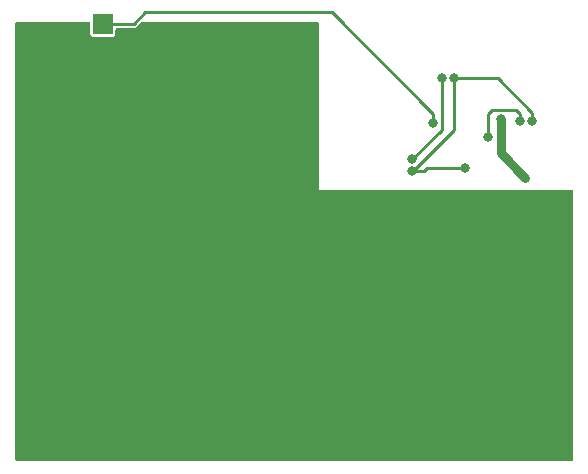
<source format=gbl>
G04 #@! TF.GenerationSoftware,KiCad,Pcbnew,(6.0.5-0)*
G04 #@! TF.CreationDate,2023-03-07T19:50:15-08:00*
G04 #@! TF.ProjectId,12V_Converter_LM5152x-Q1,3132565f-436f-46e7-9665-727465725f4c,rev?*
G04 #@! TF.SameCoordinates,Original*
G04 #@! TF.FileFunction,Copper,L2,Bot*
G04 #@! TF.FilePolarity,Positive*
%FSLAX46Y46*%
G04 Gerber Fmt 4.6, Leading zero omitted, Abs format (unit mm)*
G04 Created by KiCad (PCBNEW (6.0.5-0)) date 2023-03-07 19:50:15*
%MOMM*%
%LPD*%
G01*
G04 APERTURE LIST*
G04 #@! TA.AperFunction,ComponentPad*
%ADD10R,1.700000X1.700000*%
G04 #@! TD*
G04 #@! TA.AperFunction,ViaPad*
%ADD11C,0.800000*%
G04 #@! TD*
G04 #@! TA.AperFunction,Conductor*
%ADD12C,0.250000*%
G04 #@! TD*
G04 #@! TA.AperFunction,Conductor*
%ADD13C,0.750000*%
G04 #@! TD*
G04 APERTURE END LIST*
D10*
X69200000Y-93000000D03*
D11*
X98958400Y-97536000D03*
X95402400Y-105444303D03*
X105562400Y-101193600D03*
X99822000Y-105206800D03*
X107696000Y-110032800D03*
X84992000Y-93622000D03*
X81432400Y-113233200D03*
X81940400Y-112369600D03*
X106172000Y-109169200D03*
X106680000Y-110032800D03*
X107188000Y-110896400D03*
X106172000Y-110947200D03*
X86516000Y-96314400D03*
X85500000Y-96263600D03*
X79908400Y-114147600D03*
X82448400Y-113233200D03*
X84484000Y-96314400D03*
X86008000Y-93571200D03*
X82956400Y-114096800D03*
X80924400Y-114096800D03*
X82956400Y-112369600D03*
X85500000Y-94536400D03*
X84484000Y-94536400D03*
X80924400Y-112369600D03*
X107188000Y-109169200D03*
X84992000Y-95400000D03*
X81940400Y-114096800D03*
X87172800Y-114096800D03*
X84023200Y-114096800D03*
X86008000Y-95400000D03*
X80416400Y-113233200D03*
X107696000Y-108204000D03*
X86156800Y-114096800D03*
X108204000Y-109169200D03*
X106680000Y-108254800D03*
X85090000Y-114096800D03*
X108204000Y-110947200D03*
X86516000Y-94536400D03*
X79908400Y-112369600D03*
X104952800Y-106019600D03*
X102870000Y-101041200D03*
X104495600Y-101193600D03*
X101803200Y-102565200D03*
X97167100Y-101400000D03*
X97891600Y-97536000D03*
X95402400Y-104444800D03*
D12*
X96384097Y-105444303D02*
X95402400Y-105444303D01*
X95444297Y-105444303D02*
X98958400Y-101930200D01*
X99822000Y-105206800D02*
X96621600Y-105206800D01*
X98958400Y-97536000D02*
X102616000Y-97536000D01*
X95402400Y-105444303D02*
X95444297Y-105444303D01*
X96621600Y-105206800D02*
X96384097Y-105444303D01*
X105562400Y-100482400D02*
X105562400Y-101193600D01*
X102616000Y-97536000D02*
X105562400Y-100482400D01*
X98958400Y-101930200D02*
X98958400Y-97536000D01*
D13*
X102870000Y-103936800D02*
X104952800Y-106019600D01*
X102870000Y-101041200D02*
X102870000Y-103936800D01*
D12*
X101803200Y-100584000D02*
X102108000Y-100279200D01*
X102108000Y-100279200D02*
X104190800Y-100279200D01*
X104495600Y-100584000D02*
X104495600Y-101193600D01*
X101803200Y-102565200D02*
X101803200Y-100584000D01*
X104190800Y-100279200D02*
X104495600Y-100584000D01*
X97167100Y-100567100D02*
X88600000Y-92000000D01*
X72800000Y-92000000D02*
X71800000Y-93000000D01*
X97167100Y-101400000D02*
X97167100Y-100567100D01*
X71800000Y-93000000D02*
X69200000Y-93000000D01*
X88600000Y-92000000D02*
X72800000Y-92000000D01*
X95402400Y-104444800D02*
X97891600Y-101955600D01*
X97891600Y-101955600D02*
X97891600Y-97536000D01*
G04 #@! TA.AperFunction,Conductor*
G36*
X68091621Y-92820002D02*
G01*
X68138114Y-92873658D01*
X68149500Y-92926000D01*
X68149500Y-93869748D01*
X68161133Y-93928231D01*
X68205448Y-93994552D01*
X68271769Y-94038867D01*
X68283938Y-94041288D01*
X68283939Y-94041288D01*
X68324184Y-94049293D01*
X68330252Y-94050500D01*
X70069748Y-94050500D01*
X70075816Y-94049293D01*
X70116061Y-94041288D01*
X70116062Y-94041288D01*
X70128231Y-94038867D01*
X70194552Y-93994552D01*
X70238867Y-93928231D01*
X70250500Y-93869748D01*
X70250500Y-93451500D01*
X70270502Y-93383379D01*
X70324158Y-93336886D01*
X70376500Y-93325500D01*
X71780290Y-93325500D01*
X71791272Y-93325980D01*
X71817820Y-93328303D01*
X71817822Y-93328303D01*
X71828807Y-93329264D01*
X71865215Y-93319508D01*
X71875942Y-93317130D01*
X71879301Y-93316538D01*
X71913045Y-93310588D01*
X71922590Y-93305077D01*
X71925866Y-93303885D01*
X71929034Y-93302408D01*
X71939684Y-93299554D01*
X71970544Y-93277945D01*
X71979815Y-93272039D01*
X72002906Y-93258707D01*
X72012455Y-93253194D01*
X72036685Y-93224317D01*
X72044111Y-93216215D01*
X72423421Y-92836905D01*
X72485733Y-92802879D01*
X72512516Y-92800000D01*
X87374000Y-92800000D01*
X87442121Y-92820002D01*
X87488614Y-92873658D01*
X87500000Y-92926000D01*
X87500000Y-107000000D01*
X108874000Y-107000000D01*
X108942121Y-107020002D01*
X108988614Y-107073658D01*
X109000000Y-107126000D01*
X109000000Y-129874000D01*
X108979998Y-129942121D01*
X108926342Y-129988614D01*
X108874000Y-130000000D01*
X61926000Y-130000000D01*
X61857879Y-129979998D01*
X61811386Y-129926342D01*
X61800000Y-129874000D01*
X61800000Y-92926000D01*
X61820002Y-92857879D01*
X61873658Y-92811386D01*
X61926000Y-92800000D01*
X68023500Y-92800000D01*
X68091621Y-92820002D01*
G37*
G04 #@! TD.AperFunction*
M02*

</source>
